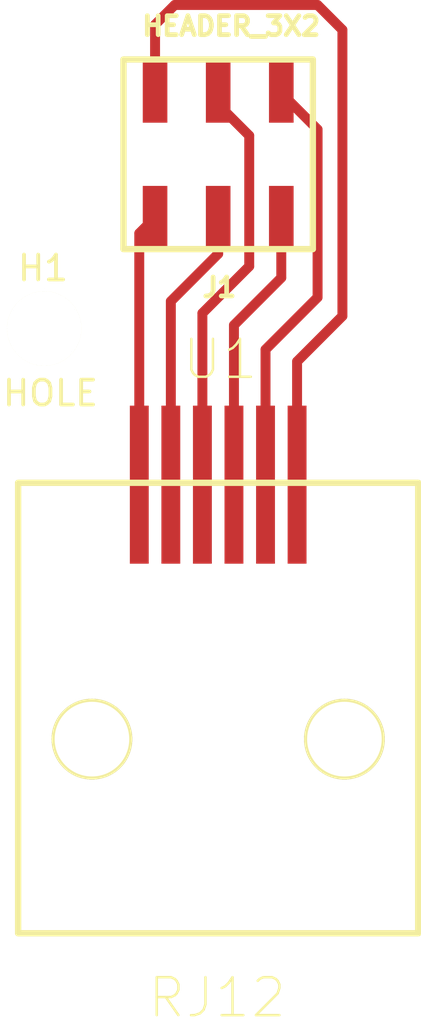
<source format=kicad_pcb>
(kicad_pcb (version 3) (host pcbnew "(2013-08-24 BZR 4298)-stable")

  (general
    (links 6)
    (no_connects 0)
    (area 137.252778 94.3 154.877001 135.40153)
    (thickness 1.6)
    (drawings 0)
    (tracks 25)
    (zones 0)
    (modules 3)
    (nets 7)
  )

  (page A)
  (layers
    (15 F.Cu signal)
    (0 B.Cu signal)
    (16 B.Adhes user)
    (17 F.Adhes user)
    (18 B.Paste user)
    (19 F.Paste user)
    (20 B.SilkS user)
    (21 F.SilkS user)
    (22 B.Mask user)
    (23 F.Mask user)
    (24 Dwgs.User user)
    (25 Cmts.User user)
    (26 Eco1.User user)
    (27 Eco2.User user)
    (28 Edge.Cuts user)
  )

  (setup
    (last_trace_width 0.25)
    (user_trace_width 0.2)
    (user_trace_width 0.25)
    (user_trace_width 0.3)
    (user_trace_width 0.4)
    (user_trace_width 0.5)
    (user_trace_width 0.6)
    (user_trace_width 0.7)
    (user_trace_width 0.8)
    (user_trace_width 0.9)
    (user_trace_width 1)
    (user_trace_width 1.1)
    (user_trace_width 2)
    (trace_clearance 0.2)
    (zone_clearance 0.6)
    (zone_45_only no)
    (trace_min 0.1)
    (segment_width 0.2)
    (edge_width 0.1)
    (via_size 0.7)
    (via_drill 0.4)
    (via_min_size 0.7)
    (via_min_drill 0.4)
    (uvia_size 0.4)
    (uvia_drill 0.127)
    (uvias_allowed no)
    (uvia_min_size 0.4)
    (uvia_min_drill 0.127)
    (pcb_text_width 0.3)
    (pcb_text_size 1.5 1.5)
    (mod_edge_width 0.15)
    (mod_text_size 1 1)
    (mod_text_width 0.15)
    (pad_size 2 0.8)
    (pad_drill 0)
    (pad_to_mask_clearance 0)
    (aux_axis_origin 0 0)
    (visible_elements 7FFFFFFF)
    (pcbplotparams
      (layerselection 271613953)
      (usegerberextensions false)
      (excludeedgelayer true)
      (linewidth 0.150000)
      (plotframeref false)
      (viasonmask false)
      (mode 1)
      (useauxorigin false)
      (hpglpennumber 1)
      (hpglpenspeed 20)
      (hpglpendiameter 15)
      (hpglpenoverlay 2)
      (psnegative false)
      (psa4output false)
      (plotreference true)
      (plotvalue true)
      (plotothertext true)
      (plotinvisibletext false)
      (padsonsilk false)
      (subtractmaskfromsilk false)
      (outputformat 2)
      (mirror false)
      (drillshape 0)
      (scaleselection 1)
      (outputdirectory ""))
  )

  (net 0 "")
  (net 1 CS)
  (net 2 GND)
  (net 3 MODE)
  (net 4 PHASE)
  (net 5 PWM)
  (net 6 VDD)

  (net_class Default "This is the default net class."
    (clearance 0.2)
    (trace_width 0.25)
    (via_dia 0.7)
    (via_drill 0.4)
    (uvia_dia 0.4)
    (uvia_drill 0.127)
    (add_net "")
    (add_net CS)
    (add_net GND)
    (add_net MODE)
    (add_net PHASE)
    (add_net PWM)
    (add_net VDD)
  )

  (module TED_RJ12_955016669 (layer F.Cu) (tedit 5373F9A8) (tstamp 537FD7D9)
    (at 146.5 124)
    (path /537E7BB7)
    (fp_text reference U1 (at 0.08 -15.26) (layer F.SilkS)
      (effects (font (thickness 0.09906)))
    )
    (fp_text value RJ12 (at -0.04 10.39) (layer F.SilkS)
      (effects (font (thickness 0.09906)))
    )
    (fp_line (start -8.05 -10.3) (end 8.05 -10.3) (layer F.SilkS) (width 0.254))
    (fp_line (start 8.05 -10.3) (end 8.05 7.8) (layer F.SilkS) (width 0.254))
    (fp_line (start 8.05 7.8) (end -8.05 7.8) (layer F.SilkS) (width 0.254))
    (fp_line (start -8.05 7.8) (end -8.05 -10.3) (layer F.SilkS) (width 0.254))
    (pad 6 smd rect (at -3.175 -10.225) (size 0.76 6.35)
      (layers F.Cu F.Paste F.Mask)
      (net 6 VDD)
      (clearance 0.2)
    )
    (pad 4 smd rect (at -0.635 -10.225) (size 0.76 6.35)
      (layers F.Cu F.Paste F.Mask)
      (net 4 PHASE)
      (clearance 0.2)
    )
    (pad 2 smd rect (at 1.905 -10.225) (size 0.76 6.35)
      (layers F.Cu F.Paste F.Mask)
      (net 1 CS)
      (clearance 0.2)
    )
    (pad 3 smd rect (at 0.635 -10.225) (size 0.76 6.35)
      (layers F.Cu F.Paste F.Mask)
      (net 5 PWM)
      (clearance 0.2)
    )
    (pad 1 smd rect (at 3.175 -10.225) (size 0.76 6.35)
      (layers F.Cu F.Paste F.Mask)
      (net 2 GND)
      (clearance 0.2)
    )
    (pad "" np_thru_hole circle (at 5.08 0) (size 3.25 3.25) (drill 3)
      (layers *.Cu *.Mask F.SilkS)
      (clearance 0.3)
    )
    (pad "" np_thru_hole circle (at -5.08 0) (size 3.25 3.25) (drill 3)
      (layers *.Cu *.Mask F.SilkS)
      (clearance 0.3)
    )
    (pad 5 smd rect (at -1.905 -10.225) (size 0.76 6.35)
      (layers F.Cu F.Paste F.Mask)
      (net 3 MODE)
      (clearance 0.2)
    )
  )

  (module TED_HEADER_3x2_SMT (layer F.Cu) (tedit 52D47E00) (tstamp 537FD7E7)
    (at 146.5 100.5)
    (path /537FD4B8)
    (fp_text reference J1 (at 0.05 5.35) (layer F.SilkS)
      (effects (font (size 0.762 0.762) (thickness 0.1905)))
    )
    (fp_text value HEADER_3X2 (at 0.525 -5.15) (layer F.SilkS)
      (effects (font (size 0.762 0.762) (thickness 0.1905)))
    )
    (fp_line (start 3.81 -3.81) (end -3.81 -3.81) (layer F.SilkS) (width 0.254))
    (fp_line (start 3.81 -3.81) (end 3.81 3.81) (layer F.SilkS) (width 0.254))
    (fp_line (start 3.81 3.81) (end -3.81 3.81) (layer F.SilkS) (width 0.254))
    (fp_line (start -3.81 3.81) (end -3.81 -3.81) (layer F.SilkS) (width 0.254))
    (pad 1 smd rect (at -2.54 2.54) (size 0.9906 2.54)
      (layers F.Cu F.Paste F.Mask)
      (net 6 VDD)
      (clearance 0.508)
    )
    (pad 2 smd rect (at 0 2.54) (size 0.9906 2.54)
      (layers F.Cu F.Paste F.Mask)
      (net 3 MODE)
      (clearance 0.508)
    )
    (pad 3 smd rect (at 2.54 2.54) (size 0.9906 2.54)
      (layers F.Cu F.Paste F.Mask)
      (net 5 PWM)
      (clearance 0.508)
    )
    (pad 4 smd rect (at 2.54 -2.54) (size 0.9906 2.54)
      (layers F.Cu F.Paste F.Mask)
      (net 1 CS)
      (clearance 0.508)
    )
    (pad 5 smd rect (at 0 -2.54) (size 0.9906 2.54)
      (layers F.Cu F.Paste F.Mask)
      (net 4 PHASE)
      (clearance 0.508)
    )
    (pad 6 smd rect (at -2.54 -2.54) (size 0.9906 2.54)
      (layers F.Cu F.Paste F.Mask)
      (net 2 GND)
      (clearance 0.508)
    )
  )

  (module TED_Hole_3mm (layer F.Cu) (tedit 52802437) (tstamp 537FD8B9)
    (at 139.5 107.5)
    (path /537FD896)
    (fp_text reference H1 (at -0.05 -2.425) (layer F.SilkS)
      (effects (font (size 1 1) (thickness 0.15)))
    )
    (fp_text value HOLE (at 0.25 2.6) (layer F.SilkS)
      (effects (font (size 1 1) (thickness 0.15)))
    )
    (pad "" np_thru_hole circle (at 0 0) (size 3 3) (drill 3)
      (layers *.Cu *.Mask F.SilkS)
    )
  )

  (segment (start 149.04 97.96) (end 149.04 98.04) (width 0.4) (layer F.Cu) (net 1))
  (segment (start 148.405 108.345) (end 148.405 113.775) (width 0.4) (layer F.Cu) (net 1) (tstamp 537FD849))
  (segment (start 150.5 106.25) (end 148.405 108.345) (width 0.4) (layer F.Cu) (net 1) (tstamp 537FD847))
  (segment (start 150.5 99.5) (end 150.5 106.25) (width 0.4) (layer F.Cu) (net 1) (tstamp 537FD846))
  (segment (start 149.04 98.04) (end 150.5 99.5) (width 0.4) (layer F.Cu) (net 1) (tstamp 537FD844))
  (segment (start 143.96 97.96) (end 143.96 95.29) (width 0.4) (layer F.Cu) (net 2))
  (segment (start 149.675 108.825) (end 149.675 113.775) (width 0.4) (layer F.Cu) (net 2) (tstamp 537FD85C))
  (segment (start 151.5 107) (end 149.675 108.825) (width 0.4) (layer F.Cu) (net 2) (tstamp 537FD858))
  (segment (start 151.5 95.5) (end 151.5 107) (width 0.4) (layer F.Cu) (net 2) (tstamp 537FD855))
  (segment (start 150.5 94.5) (end 151.5 95.5) (width 0.4) (layer F.Cu) (net 2) (tstamp 537FD854))
  (segment (start 144.75 94.5) (end 150.5 94.5) (width 0.4) (layer F.Cu) (net 2) (tstamp 537FD852))
  (segment (start 143.96 95.29) (end 144.75 94.5) (width 0.4) (layer F.Cu) (net 2) (tstamp 537FD84F))
  (segment (start 146.5 103.04) (end 146.5 104.5) (width 0.4) (layer F.Cu) (net 3))
  (segment (start 146.5 104.5) (end 144.595 106.405) (width 0.4) (layer F.Cu) (net 3) (tstamp 537FD801))
  (segment (start 144.595 106.405) (end 144.595 113.775) (width 0.4) (layer F.Cu) (net 3) (tstamp 537FD80C))
  (segment (start 146.5 97.96) (end 146.5 98.5) (width 0.4) (layer F.Cu) (net 4))
  (segment (start 145.865 106.885) (end 145.865 113.775) (width 0.4) (layer F.Cu) (net 4) (tstamp 537FD836))
  (segment (start 147.75 105) (end 145.865 106.885) (width 0.4) (layer F.Cu) (net 4) (tstamp 537FD832))
  (segment (start 147.75 99.75) (end 147.75 105) (width 0.4) (layer F.Cu) (net 4) (tstamp 537FD82E))
  (segment (start 146.5 98.5) (end 147.75 99.75) (width 0.4) (layer F.Cu) (net 4) (tstamp 537FD825))
  (segment (start 149.04 103.04) (end 149.04 105.46) (width 0.4) (layer F.Cu) (net 5))
  (segment (start 147.135 107.365) (end 147.135 113.775) (width 0.4) (layer F.Cu) (net 5) (tstamp 537FD841))
  (segment (start 149.04 105.46) (end 147.135 107.365) (width 0.4) (layer F.Cu) (net 5) (tstamp 537FD83D))
  (segment (start 143.325 113.775) (end 143.325 103.675) (width 0.4) (layer F.Cu) (net 6))
  (segment (start 143.325 103.675) (end 143.96 103.04) (width 0.4) (layer F.Cu) (net 6) (tstamp 537FD7F9))

)

</source>
